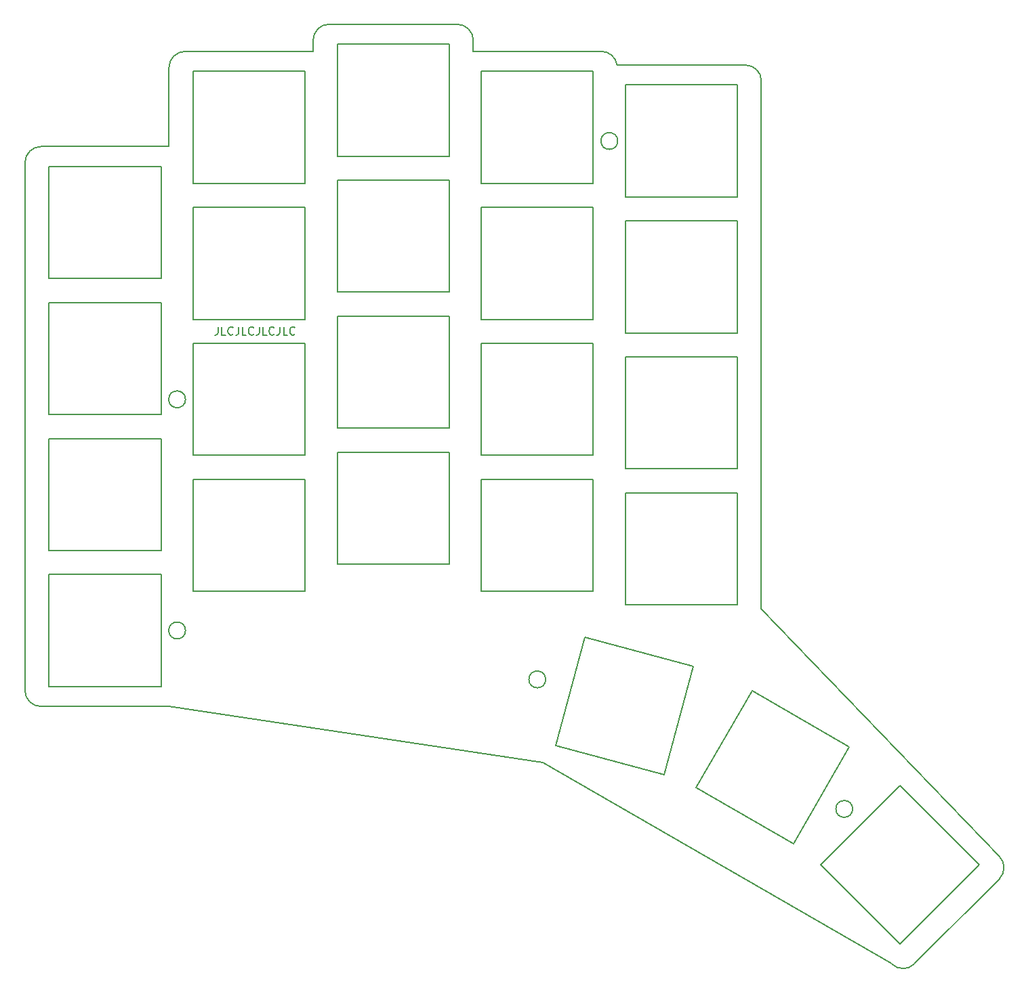
<source format=gbr>
G04 #@! TF.GenerationSoftware,KiCad,Pcbnew,5.1.5+dfsg1-2build2*
G04 #@! TF.CreationDate,2024-05-28T11:23:47+00:00*
G04 #@! TF.ProjectId,top_plate,746f705f-706c-4617-9465-2e6b69636164,0.3*
G04 #@! TF.SameCoordinates,Original*
G04 #@! TF.FileFunction,Legend,Top*
G04 #@! TF.FilePolarity,Positive*
%FSLAX46Y46*%
G04 Gerber Fmt 4.6, Leading zero omitted, Abs format (unit mm)*
G04 Created by KiCad (PCBNEW 5.1.5+dfsg1-2build2) date 2024-05-28 11:23:47*
%MOMM*%
%LPD*%
G04 APERTURE LIST*
%ADD10C,0.150000*%
G04 #@! TA.AperFunction,Profile*
%ADD11C,0.150000*%
G04 #@! TD*
G04 APERTURE END LIST*
D10*
X14121309Y37947619D02*
X14121309Y37233333D01*
X14073690Y37090476D01*
X13978452Y36995238D01*
X13835595Y36947619D01*
X13740357Y36947619D01*
X15073690Y36947619D02*
X14597500Y36947619D01*
X14597500Y37947619D01*
X15978452Y37042857D02*
X15930833Y36995238D01*
X15787976Y36947619D01*
X15692738Y36947619D01*
X15549880Y36995238D01*
X15454642Y37090476D01*
X15407023Y37185714D01*
X15359404Y37376190D01*
X15359404Y37519047D01*
X15407023Y37709523D01*
X15454642Y37804761D01*
X15549880Y37900000D01*
X15692738Y37947619D01*
X15787976Y37947619D01*
X15930833Y37900000D01*
X15978452Y37852380D01*
X16692738Y37947619D02*
X16692738Y37233333D01*
X16645119Y37090476D01*
X16549880Y36995238D01*
X16407023Y36947619D01*
X16311785Y36947619D01*
X17645119Y36947619D02*
X17168928Y36947619D01*
X17168928Y37947619D01*
X18549880Y37042857D02*
X18502261Y36995238D01*
X18359404Y36947619D01*
X18264166Y36947619D01*
X18121309Y36995238D01*
X18026071Y37090476D01*
X17978452Y37185714D01*
X17930833Y37376190D01*
X17930833Y37519047D01*
X17978452Y37709523D01*
X18026071Y37804761D01*
X18121309Y37900000D01*
X18264166Y37947619D01*
X18359404Y37947619D01*
X18502261Y37900000D01*
X18549880Y37852380D01*
X19264166Y37947619D02*
X19264166Y37233333D01*
X19216547Y37090476D01*
X19121309Y36995238D01*
X18978452Y36947619D01*
X18883214Y36947619D01*
X20216547Y36947619D02*
X19740357Y36947619D01*
X19740357Y37947619D01*
X21121309Y37042857D02*
X21073690Y36995238D01*
X20930833Y36947619D01*
X20835595Y36947619D01*
X20692738Y36995238D01*
X20597500Y37090476D01*
X20549880Y37185714D01*
X20502261Y37376190D01*
X20502261Y37519047D01*
X20549880Y37709523D01*
X20597500Y37804761D01*
X20692738Y37900000D01*
X20835595Y37947619D01*
X20930833Y37947619D01*
X21073690Y37900000D01*
X21121309Y37852380D01*
X21835595Y37947619D02*
X21835595Y37233333D01*
X21787976Y37090476D01*
X21692738Y36995238D01*
X21549880Y36947619D01*
X21454642Y36947619D01*
X22787976Y36947619D02*
X22311785Y36947619D01*
X22311785Y37947619D01*
X23692738Y37042857D02*
X23645119Y36995238D01*
X23502261Y36947619D01*
X23407023Y36947619D01*
X23264166Y36995238D01*
X23168928Y37090476D01*
X23121309Y37185714D01*
X23073690Y37376190D01*
X23073690Y37519047D01*
X23121309Y37709523D01*
X23168928Y37804761D01*
X23264166Y37900000D01*
X23407023Y37947619D01*
X23502261Y37947619D01*
X23645119Y37900000D01*
X23692738Y37852380D01*
D11*
X-8000000Y-9500000D02*
X8000000Y-9500000D01*
X-10000000Y-7500000D02*
X-10000000Y58500000D01*
X-8000000Y-9500000D02*
G75*
G02X-10000000Y-7500000I0J2000000D01*
G01*
X8000000Y60500000D02*
X-8000000Y60500000D01*
X-10000000Y58500000D02*
G75*
G02X-8000000Y60500000I2000000J0D01*
G01*
X26000000Y72400000D02*
X10000000Y72400000D01*
X8000000Y70400000D02*
G75*
G02X10000000Y72400000I2000000J0D01*
G01*
X8000000Y70400000D02*
X8000000Y60500000D01*
X46000000Y72400000D02*
X46000000Y73800000D01*
X44000000Y75800000D02*
G75*
G02X46000000Y73800000I0J-2000000D01*
G01*
X44000000Y75800000D02*
X28000000Y75800000D01*
X26000000Y73800000D02*
G75*
G02X28000000Y75800000I2000000J0D01*
G01*
X26000000Y73800000D02*
X26000000Y72400000D01*
X62000000Y72400000D02*
G75*
G02X63977391Y70699872I0J-2000000D01*
G01*
X62000000Y72400000D02*
X46000000Y72400000D01*
X82000000Y2700000D02*
X82000000Y68700000D01*
X80000000Y70700000D02*
G75*
G02X82000000Y68700000I0J-2000000D01*
G01*
X80000000Y70700000D02*
X64000000Y70700000D01*
X63977391Y70699872D02*
G75*
G02X64000000Y70700000I22609J-1999872D01*
G01*
X101117258Y-41686664D02*
G75*
G02X98288831Y-41686665I-1414214J1414213D01*
G01*
X101117258Y-41686665D02*
X111723860Y-31080063D01*
X111723859Y-28251637D02*
G75*
G02X111723859Y-31080063I-1414213J-1414213D01*
G01*
X82000000Y2700000D02*
X111723860Y-28251636D01*
X98288831Y-41686665D02*
X54707107Y-16524745D01*
X54707107Y-16524745D02*
X8000000Y-9500000D01*
X-7000000Y-7000000D02*
X7000000Y-7000000D01*
X7000000Y-7000000D02*
X7000000Y7000000D01*
X7000000Y7000000D02*
X-7000000Y7000000D01*
X-7000000Y7000000D02*
X-7000000Y-7000000D01*
X-7000000Y10000000D02*
X7000000Y10000000D01*
X7000000Y10000000D02*
X7000000Y24000000D01*
X7000000Y24000000D02*
X-7000000Y24000000D01*
X-7000000Y24000000D02*
X-7000000Y10000000D01*
X-7000000Y27000000D02*
X7000000Y27000000D01*
X7000000Y27000000D02*
X7000000Y41000000D01*
X7000000Y41000000D02*
X-7000000Y41000000D01*
X-7000000Y41000000D02*
X-7000000Y27000000D01*
X-7000000Y44000000D02*
X7000000Y44000000D01*
X7000000Y44000000D02*
X7000000Y58000000D01*
X7000000Y58000000D02*
X-7000000Y58000000D01*
X-7000000Y58000000D02*
X-7000000Y44000000D01*
X11000000Y4900000D02*
X25000000Y4900000D01*
X25000000Y4900000D02*
X25000000Y18900000D01*
X25000000Y18900000D02*
X11000000Y18900000D01*
X11000000Y18900000D02*
X11000000Y4900000D01*
X11000000Y21900000D02*
X25000000Y21900000D01*
X25000000Y21900000D02*
X25000000Y35900000D01*
X25000000Y35900000D02*
X11000000Y35900000D01*
X11000000Y35900000D02*
X11000000Y21900000D01*
X11000000Y38900000D02*
X25000000Y38900000D01*
X25000000Y38900000D02*
X25000000Y52900000D01*
X25000000Y52900000D02*
X11000000Y52900000D01*
X11000000Y52900000D02*
X11000000Y38900000D01*
X11000000Y55900000D02*
X25000000Y55900000D01*
X25000000Y55900000D02*
X25000000Y69900000D01*
X25000000Y69900000D02*
X11000000Y69900000D01*
X11000000Y69900000D02*
X11000000Y55900000D01*
X29000000Y8300000D02*
X43000000Y8300000D01*
X43000000Y8300000D02*
X43000000Y22300000D01*
X43000000Y22300000D02*
X29000000Y22300000D01*
X29000000Y22300000D02*
X29000000Y8300000D01*
X29000000Y25300000D02*
X43000000Y25300000D01*
X43000000Y25300000D02*
X43000000Y39300000D01*
X43000000Y39300000D02*
X29000000Y39300000D01*
X29000000Y39300000D02*
X29000000Y25300000D01*
X29000000Y42300000D02*
X43000000Y42300000D01*
X43000000Y42300000D02*
X43000000Y56300000D01*
X43000000Y56300000D02*
X29000000Y56300000D01*
X29000000Y56300000D02*
X29000000Y42300000D01*
X29000000Y59300000D02*
X43000000Y59300000D01*
X43000000Y59300000D02*
X43000000Y73300000D01*
X43000000Y73300000D02*
X29000000Y73300000D01*
X29000000Y73300000D02*
X29000000Y59300000D01*
X47000000Y4900000D02*
X61000000Y4900000D01*
X61000000Y4900000D02*
X61000000Y18900000D01*
X61000000Y18900000D02*
X47000000Y18900000D01*
X47000000Y18900000D02*
X47000000Y4900000D01*
X47000000Y21900000D02*
X61000000Y21900000D01*
X61000000Y21900000D02*
X61000000Y35900000D01*
X61000000Y35900000D02*
X47000000Y35900000D01*
X47000000Y35900000D02*
X47000000Y21900000D01*
X47000000Y38900000D02*
X61000000Y38900000D01*
X61000000Y38900000D02*
X61000000Y52900000D01*
X61000000Y52900000D02*
X47000000Y52900000D01*
X47000000Y52900000D02*
X47000000Y38900000D01*
X47000000Y55900000D02*
X61000000Y55900000D01*
X61000000Y55900000D02*
X61000000Y69900000D01*
X61000000Y69900000D02*
X47000000Y69900000D01*
X47000000Y69900000D02*
X47000000Y55900000D01*
X65000000Y3200000D02*
X79000000Y3200000D01*
X79000000Y3200000D02*
X79000000Y17200000D01*
X79000000Y17200000D02*
X65000000Y17200000D01*
X65000000Y17200000D02*
X65000000Y3200000D01*
X65000000Y20200000D02*
X79000000Y20200000D01*
X79000000Y20200000D02*
X79000000Y34200000D01*
X79000000Y34200000D02*
X65000000Y34200000D01*
X65000000Y34200000D02*
X65000000Y20200000D01*
X65000000Y37200000D02*
X79000000Y37200000D01*
X79000000Y37200000D02*
X79000000Y51200000D01*
X79000000Y51200000D02*
X65000000Y51200000D01*
X65000000Y51200000D02*
X65000000Y37200000D01*
X65000000Y54200000D02*
X79000000Y54200000D01*
X79000000Y54200000D02*
X79000000Y68200000D01*
X79000000Y68200000D02*
X65000000Y68200000D01*
X65000000Y68200000D02*
X65000000Y54200000D01*
X56320080Y-14368749D02*
X69843042Y-17992216D01*
X69843042Y-17992216D02*
X73466508Y-4469254D01*
X73466508Y-4469254D02*
X59943547Y-845788D01*
X59943547Y-845788D02*
X56320080Y-14368749D01*
X73868716Y-19659705D02*
X85993071Y-26659705D01*
X85993071Y-26659705D02*
X92993071Y-14535349D01*
X92993071Y-14535349D02*
X80868716Y-7535349D01*
X80868716Y-7535349D02*
X73868716Y-19659705D01*
X89449996Y-29312296D02*
X99349491Y-39211791D01*
X99349491Y-39211791D02*
X109248986Y-29312296D01*
X109248986Y-29312296D02*
X99349491Y-19412801D01*
X99349491Y-19412801D02*
X89449996Y-29312296D01*
X10050000Y28900000D02*
G75*
G03X10050000Y28900000I-1050000J0D01*
G01*
X10050000Y0D02*
G75*
G03X10050000Y0I-1050000J0D01*
G01*
X64050000Y61200000D02*
G75*
G03X64050000Y61200000I-1050000J0D01*
G01*
X55050000Y-6120000D02*
G75*
G03X55050000Y-6120000I-1050000J0D01*
G01*
X93399134Y-22311939D02*
G75*
G03X93399134Y-22311939I-1050000J0D01*
G01*
M02*

</source>
